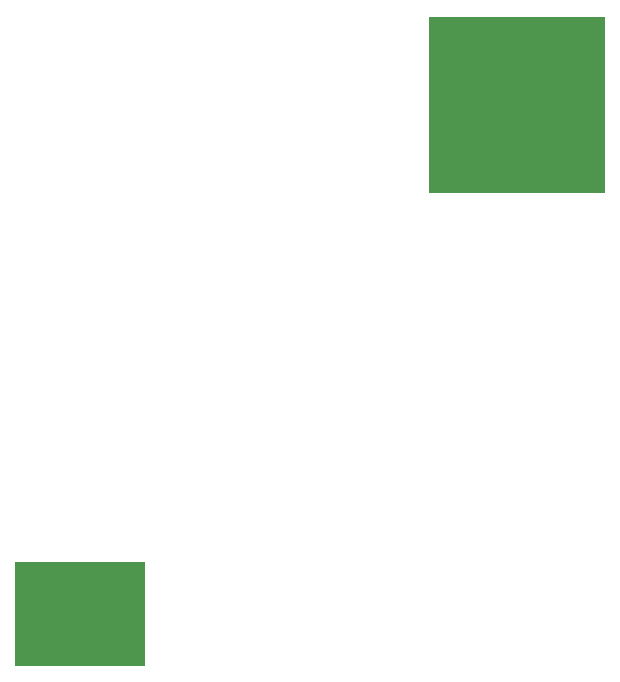
<source format=gbr>
G04*
G04 #@! TF.GenerationSoftware,Altium Limited,Altium Designer,25.5.2 (35)*
G04*
G04 Layer_Color=16711935*
%FSLAX25Y25*%
%MOIN*%
G70*
G04*
G04 #@! TF.SameCoordinates,38EB6A6A-CC72-40A8-BBF4-0EDFD8540081*
G04*
G04*
G04 #@! TF.FilePolarity,Positive*
G04*
G01*
G75*
%ADD73R,0.59055X0.59055*%
%ADD74R,0.43307X0.34646*%
D73*
X167417Y187073D02*
D03*
D74*
X21614Y17334D02*
D03*
M02*

</source>
